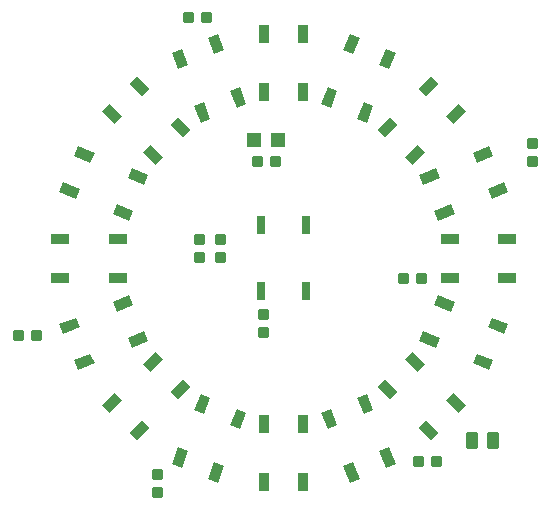
<source format=gtp>
G04 EAGLE Gerber RS-274X export*
G75*
%MOMM*%
%FSLAX34Y34*%
%LPD*%
%INSolderpaste Top*%
%IPPOS*%
%AMOC8*
5,1,8,0,0,1.08239X$1,22.5*%
G01*
%ADD10C,0.254000*%
%ADD11C,0.222250*%
%ADD12R,1.200000X1.200000*%
%ADD13R,1.500000X0.900000*%
%ADD14R,0.900000X1.500000*%
%ADD15R,0.762000X1.524000*%


D10*
X417920Y91285D02*
X410300Y91285D01*
X410300Y102715D01*
X417920Y102715D01*
X417920Y91285D01*
X417920Y93698D02*
X410300Y93698D01*
X410300Y96111D02*
X417920Y96111D01*
X417920Y98524D02*
X410300Y98524D01*
X410300Y100937D02*
X417920Y100937D01*
X428080Y91285D02*
X435700Y91285D01*
X428080Y91285D02*
X428080Y102715D01*
X435700Y102715D01*
X435700Y91285D01*
X435700Y93698D02*
X428080Y93698D01*
X428080Y96111D02*
X435700Y96111D01*
X435700Y98524D02*
X428080Y98524D01*
X428080Y100937D02*
X435700Y100937D01*
D11*
X204334Y249046D02*
X204334Y255714D01*
X204334Y249046D02*
X197666Y249046D01*
X197666Y255714D01*
X204334Y255714D01*
X204334Y251158D02*
X197666Y251158D01*
X197666Y253270D02*
X204334Y253270D01*
X204334Y255382D02*
X197666Y255382D01*
X204334Y264286D02*
X204334Y270954D01*
X204334Y264286D02*
X197666Y264286D01*
X197666Y270954D01*
X204334Y270954D01*
X204334Y266398D02*
X197666Y266398D01*
X197666Y268510D02*
X204334Y268510D01*
X204334Y270622D02*
X197666Y270622D01*
X179666Y270954D02*
X179666Y264286D01*
X179666Y270954D02*
X186334Y270954D01*
X186334Y264286D01*
X179666Y264286D01*
X179666Y266398D02*
X186334Y266398D01*
X186334Y268510D02*
X179666Y268510D01*
X179666Y270622D02*
X186334Y270622D01*
X179666Y255714D02*
X179666Y249046D01*
X179666Y255714D02*
X186334Y255714D01*
X186334Y249046D01*
X179666Y249046D01*
X179666Y251158D02*
X186334Y251158D01*
X186334Y253270D02*
X179666Y253270D01*
X179666Y255382D02*
X186334Y255382D01*
D12*
X250500Y351000D03*
X229500Y351000D03*
D11*
X229046Y329666D02*
X235714Y329666D01*
X229046Y329666D02*
X229046Y336334D01*
X235714Y336334D01*
X235714Y329666D01*
X235714Y331778D02*
X229046Y331778D01*
X229046Y333890D02*
X235714Y333890D01*
X235714Y336002D02*
X229046Y336002D01*
X244286Y329666D02*
X250954Y329666D01*
X244286Y329666D02*
X244286Y336334D01*
X250954Y336334D01*
X250954Y329666D01*
X250954Y331778D02*
X244286Y331778D01*
X244286Y333890D02*
X250954Y333890D01*
X250954Y336002D02*
X244286Y336002D01*
D13*
X444500Y234500D03*
X444500Y267500D03*
X395500Y234500D03*
X395500Y267500D03*
G36*
X427738Y309562D02*
X441596Y315302D01*
X445040Y306988D01*
X431182Y301248D01*
X427738Y309562D01*
G37*
G36*
X415110Y340050D02*
X428968Y345790D01*
X432412Y337476D01*
X418554Y331736D01*
X415110Y340050D01*
G37*
G36*
X382468Y290810D02*
X396326Y296550D01*
X399770Y288236D01*
X385912Y282496D01*
X382468Y290810D01*
G37*
G36*
X369840Y321298D02*
X383698Y327038D01*
X387142Y318724D01*
X373284Y312984D01*
X369840Y321298D01*
G37*
G36*
X392179Y371208D02*
X402785Y381814D01*
X409149Y375450D01*
X398543Y364844D01*
X392179Y371208D01*
G37*
G36*
X368844Y394543D02*
X379450Y405149D01*
X385814Y398785D01*
X375208Y388179D01*
X368844Y394543D01*
G37*
G36*
X357531Y336560D02*
X368137Y347166D01*
X374501Y340802D01*
X363895Y330196D01*
X357531Y336560D01*
G37*
G36*
X334196Y359895D02*
X344802Y370501D01*
X351166Y364137D01*
X340560Y353531D01*
X334196Y359895D01*
G37*
G36*
X335736Y414554D02*
X341476Y428412D01*
X349790Y424968D01*
X344050Y411110D01*
X335736Y414554D01*
G37*
G36*
X305248Y427182D02*
X310988Y441040D01*
X319302Y437596D01*
X313562Y423738D01*
X305248Y427182D01*
G37*
G36*
X316984Y369284D02*
X322724Y383142D01*
X331038Y379698D01*
X325298Y365840D01*
X316984Y369284D01*
G37*
G36*
X286496Y381912D02*
X292236Y395770D01*
X300550Y392326D01*
X294810Y378468D01*
X286496Y381912D01*
G37*
D14*
X271500Y440500D03*
X238500Y440500D03*
X271500Y391500D03*
X238500Y391500D03*
D13*
G36*
X196438Y423738D02*
X190698Y437596D01*
X199012Y441040D01*
X204752Y427182D01*
X196438Y423738D01*
G37*
G36*
X165950Y411110D02*
X160210Y424968D01*
X168524Y428412D01*
X174264Y414554D01*
X165950Y411110D01*
G37*
G36*
X215190Y378468D02*
X209450Y392326D01*
X217764Y395770D01*
X223504Y381912D01*
X215190Y378468D01*
G37*
G36*
X184702Y365840D02*
X178962Y379698D01*
X187276Y383142D01*
X193016Y369284D01*
X184702Y365840D01*
G37*
G36*
X134792Y388179D02*
X124186Y398785D01*
X130550Y405149D01*
X141156Y394543D01*
X134792Y388179D01*
G37*
G36*
X111457Y364844D02*
X100851Y375450D01*
X107215Y381814D01*
X117821Y371208D01*
X111457Y364844D01*
G37*
G36*
X169440Y353531D02*
X158834Y364137D01*
X165198Y370501D01*
X175804Y359895D01*
X169440Y353531D01*
G37*
G36*
X146105Y330196D02*
X135499Y340802D01*
X141863Y347166D01*
X152469Y336560D01*
X146105Y330196D01*
G37*
G36*
X91446Y331736D02*
X77588Y337476D01*
X81032Y345790D01*
X94890Y340050D01*
X91446Y331736D01*
G37*
G36*
X78818Y301248D02*
X64960Y306988D01*
X68404Y315302D01*
X82262Y309562D01*
X78818Y301248D01*
G37*
G36*
X136716Y312984D02*
X122858Y318724D01*
X126302Y327038D01*
X140160Y321298D01*
X136716Y312984D01*
G37*
G36*
X124088Y282496D02*
X110230Y288236D01*
X113674Y296550D01*
X127532Y290810D01*
X124088Y282496D01*
G37*
D11*
X468334Y330046D02*
X468334Y336714D01*
X468334Y330046D02*
X461666Y330046D01*
X461666Y336714D01*
X468334Y336714D01*
X468334Y332158D02*
X461666Y332158D01*
X461666Y334270D02*
X468334Y334270D01*
X468334Y336382D02*
X461666Y336382D01*
X468334Y345286D02*
X468334Y351954D01*
X468334Y345286D02*
X461666Y345286D01*
X461666Y351954D01*
X468334Y351954D01*
X468334Y347398D02*
X461666Y347398D01*
X461666Y349510D02*
X468334Y349510D01*
X468334Y351622D02*
X461666Y351622D01*
X192954Y458334D02*
X186286Y458334D01*
X192954Y458334D02*
X192954Y451666D01*
X186286Y451666D01*
X186286Y458334D01*
X186286Y453778D02*
X192954Y453778D01*
X192954Y455890D02*
X186286Y455890D01*
X186286Y458002D02*
X192954Y458002D01*
X177714Y458334D02*
X171046Y458334D01*
X177714Y458334D02*
X177714Y451666D01*
X171046Y451666D01*
X171046Y458334D01*
X171046Y453778D02*
X177714Y453778D01*
X177714Y455890D02*
X171046Y455890D01*
X171046Y458002D02*
X177714Y458002D01*
X48954Y189334D02*
X42286Y189334D01*
X48954Y189334D02*
X48954Y182666D01*
X42286Y182666D01*
X42286Y189334D01*
X42286Y184778D02*
X48954Y184778D01*
X48954Y186890D02*
X42286Y186890D01*
X42286Y189002D02*
X48954Y189002D01*
X33714Y189334D02*
X27046Y189334D01*
X33714Y189334D02*
X33714Y182666D01*
X27046Y182666D01*
X27046Y189334D01*
X27046Y184778D02*
X33714Y184778D01*
X33714Y186890D02*
X27046Y186890D01*
X27046Y189002D02*
X33714Y189002D01*
X144666Y71954D02*
X144666Y65286D01*
X144666Y71954D02*
X151334Y71954D01*
X151334Y65286D01*
X144666Y65286D01*
X144666Y67398D02*
X151334Y67398D01*
X151334Y69510D02*
X144666Y69510D01*
X144666Y71622D02*
X151334Y71622D01*
X144666Y56714D02*
X144666Y50046D01*
X144666Y56714D02*
X151334Y56714D01*
X151334Y50046D01*
X144666Y50046D01*
X144666Y52158D02*
X151334Y52158D01*
X151334Y54270D02*
X144666Y54270D01*
X144666Y56382D02*
X151334Y56382D01*
X380286Y82334D02*
X386954Y82334D01*
X386954Y75666D01*
X380286Y75666D01*
X380286Y82334D01*
X380286Y77778D02*
X386954Y77778D01*
X386954Y79890D02*
X380286Y79890D01*
X380286Y82002D02*
X386954Y82002D01*
X371714Y82334D02*
X365046Y82334D01*
X371714Y82334D02*
X371714Y75666D01*
X365046Y75666D01*
X365046Y82334D01*
X365046Y77778D02*
X371714Y77778D01*
X371714Y79890D02*
X365046Y79890D01*
X365046Y82002D02*
X371714Y82002D01*
D13*
X65500Y267500D03*
X65500Y234500D03*
X114500Y267500D03*
X114500Y234500D03*
G36*
X82262Y192438D02*
X68404Y186698D01*
X64960Y195012D01*
X78818Y200752D01*
X82262Y192438D01*
G37*
G36*
X94890Y161950D02*
X81032Y156210D01*
X77588Y164524D01*
X91446Y170264D01*
X94890Y161950D01*
G37*
G36*
X127532Y211190D02*
X113674Y205450D01*
X110230Y213764D01*
X124088Y219504D01*
X127532Y211190D01*
G37*
G36*
X140160Y180702D02*
X126302Y174962D01*
X122858Y183276D01*
X136716Y189016D01*
X140160Y180702D01*
G37*
G36*
X117821Y130792D02*
X107215Y120186D01*
X100851Y126550D01*
X111457Y137156D01*
X117821Y130792D01*
G37*
G36*
X141156Y107457D02*
X130550Y96851D01*
X124186Y103215D01*
X134792Y113821D01*
X141156Y107457D01*
G37*
G36*
X152469Y165440D02*
X141863Y154834D01*
X135499Y161198D01*
X146105Y171804D01*
X152469Y165440D01*
G37*
G36*
X175804Y142105D02*
X165198Y131499D01*
X158834Y137863D01*
X169440Y148469D01*
X175804Y142105D01*
G37*
G36*
X174264Y87446D02*
X168524Y73588D01*
X160210Y77032D01*
X165950Y90890D01*
X174264Y87446D01*
G37*
G36*
X204752Y74818D02*
X199012Y60960D01*
X190698Y64404D01*
X196438Y78262D01*
X204752Y74818D01*
G37*
G36*
X193016Y132716D02*
X187276Y118858D01*
X178962Y122302D01*
X184702Y136160D01*
X193016Y132716D01*
G37*
G36*
X223504Y120088D02*
X217764Y106230D01*
X209450Y109674D01*
X215190Y123532D01*
X223504Y120088D01*
G37*
D14*
X238500Y61500D03*
X271500Y61500D03*
X238500Y110500D03*
X271500Y110500D03*
D13*
G36*
X313562Y78262D02*
X319302Y64404D01*
X310988Y60960D01*
X305248Y74818D01*
X313562Y78262D01*
G37*
G36*
X344050Y90890D02*
X349790Y77032D01*
X341476Y73588D01*
X335736Y87446D01*
X344050Y90890D01*
G37*
G36*
X294810Y123532D02*
X300550Y109674D01*
X292236Y106230D01*
X286496Y120088D01*
X294810Y123532D01*
G37*
G36*
X325298Y136160D02*
X331038Y122302D01*
X322724Y118858D01*
X316984Y132716D01*
X325298Y136160D01*
G37*
G36*
X375208Y113821D02*
X385814Y103215D01*
X379450Y96851D01*
X368844Y107457D01*
X375208Y113821D01*
G37*
G36*
X398543Y137156D02*
X409149Y126550D01*
X402785Y120186D01*
X392179Y130792D01*
X398543Y137156D01*
G37*
G36*
X340560Y148469D02*
X351166Y137863D01*
X344802Y131499D01*
X334196Y142105D01*
X340560Y148469D01*
G37*
G36*
X363895Y171804D02*
X374501Y161198D01*
X368137Y154834D01*
X357531Y165440D01*
X363895Y171804D01*
G37*
G36*
X418554Y170264D02*
X432412Y164524D01*
X428968Y156210D01*
X415110Y161950D01*
X418554Y170264D01*
G37*
G36*
X431182Y200752D02*
X445040Y195012D01*
X441596Y186698D01*
X427738Y192438D01*
X431182Y200752D01*
G37*
G36*
X373284Y189016D02*
X387142Y183276D01*
X383698Y174962D01*
X369840Y180702D01*
X373284Y189016D01*
G37*
G36*
X385912Y219504D02*
X399770Y213764D01*
X396326Y205450D01*
X382468Y211190D01*
X385912Y219504D01*
G37*
D11*
X359714Y230666D02*
X353046Y230666D01*
X353046Y237334D01*
X359714Y237334D01*
X359714Y230666D01*
X359714Y232778D02*
X353046Y232778D01*
X353046Y234890D02*
X359714Y234890D01*
X359714Y237002D02*
X353046Y237002D01*
X368286Y230666D02*
X374954Y230666D01*
X368286Y230666D02*
X368286Y237334D01*
X374954Y237334D01*
X374954Y230666D01*
X374954Y232778D02*
X368286Y232778D01*
X368286Y234890D02*
X374954Y234890D01*
X374954Y237002D02*
X368286Y237002D01*
D15*
X235950Y223060D03*
X235950Y278940D03*
X274050Y223060D03*
X274050Y278940D03*
D11*
X234166Y206954D02*
X234166Y200286D01*
X234166Y206954D02*
X240834Y206954D01*
X240834Y200286D01*
X234166Y200286D01*
X234166Y202398D02*
X240834Y202398D01*
X240834Y204510D02*
X234166Y204510D01*
X234166Y206622D02*
X240834Y206622D01*
X234166Y191714D02*
X234166Y185046D01*
X234166Y191714D02*
X240834Y191714D01*
X240834Y185046D01*
X234166Y185046D01*
X234166Y187158D02*
X240834Y187158D01*
X240834Y189270D02*
X234166Y189270D01*
X234166Y191382D02*
X240834Y191382D01*
M02*

</source>
